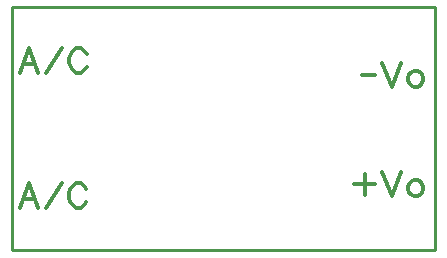
<source format=gbr>
G04 DipTrace 2.4.0.2*
%INTopSilk.gbr*%
%MOIN*%
%ADD10C,0.0098*%
%ADD30C,0.0124*%
%FSLAX44Y44*%
G04*
G70*
G90*
G75*
G01*
%LNTopSilk*%
%LPD*%
X4559Y12703D2*
D10*
X18653D1*
Y4593D1*
X4559D1*
Y12703D1*
X5437Y10521D2*
D30*
X5131Y11325D1*
X4825Y10521D1*
X4940Y10789D2*
X5322D1*
X5684Y10521D2*
X6220Y11324D1*
X7041Y11134D2*
X7003Y11210D1*
X6926Y11287D1*
X6850Y11325D1*
X6697D1*
X6620Y11287D1*
X6544Y11210D1*
X6505Y11134D1*
X6467Y11019D1*
Y10827D1*
X6505Y10713D1*
X6544Y10636D1*
X6620Y10560D1*
X6697Y10521D1*
X6850D1*
X6926Y10560D1*
X7003Y10636D1*
X7041Y10713D1*
X16214Y10447D2*
X16657D1*
X16904Y10849D2*
X17210Y10045D1*
X17516Y10849D1*
X17954Y10581D2*
X17878Y10543D1*
X17801Y10466D1*
X17763Y10351D1*
Y10275D1*
X17801Y10160D1*
X17878Y10084D1*
X17954Y10045D1*
X18069D1*
X18145Y10084D1*
X18222Y10160D1*
X18260Y10275D1*
Y10351D1*
X18222Y10466D1*
X18145Y10543D1*
X18069Y10581D1*
X17954D1*
X5433Y6021D2*
X5126Y6825D1*
X4820Y6021D1*
X4935Y6289D2*
X5318D1*
X5680Y6021D2*
X6216Y6824D1*
X7037Y6634D2*
X6999Y6710D1*
X6922Y6787D1*
X6846Y6825D1*
X6693D1*
X6616Y6787D1*
X6540Y6710D1*
X6501Y6634D1*
X6463Y6519D1*
Y6327D1*
X6501Y6213D1*
X6540Y6136D1*
X6616Y6060D1*
X6693Y6021D1*
X6846D1*
X6922Y6060D1*
X6999Y6136D1*
X7037Y6213D1*
X16310Y7142D2*
Y6453D1*
X15966Y6797D2*
X16655D1*
X16902Y7200D2*
X17208Y6396D1*
X17514Y7200D1*
X17952Y6932D2*
X17876Y6894D1*
X17799Y6817D1*
X17761Y6702D1*
Y6626D1*
X17799Y6511D1*
X17876Y6435D1*
X17952Y6396D1*
X18067D1*
X18144Y6435D1*
X18220Y6511D1*
X18259Y6626D1*
Y6702D1*
X18220Y6817D1*
X18144Y6894D1*
X18067Y6932D1*
X17952D1*
M02*

</source>
